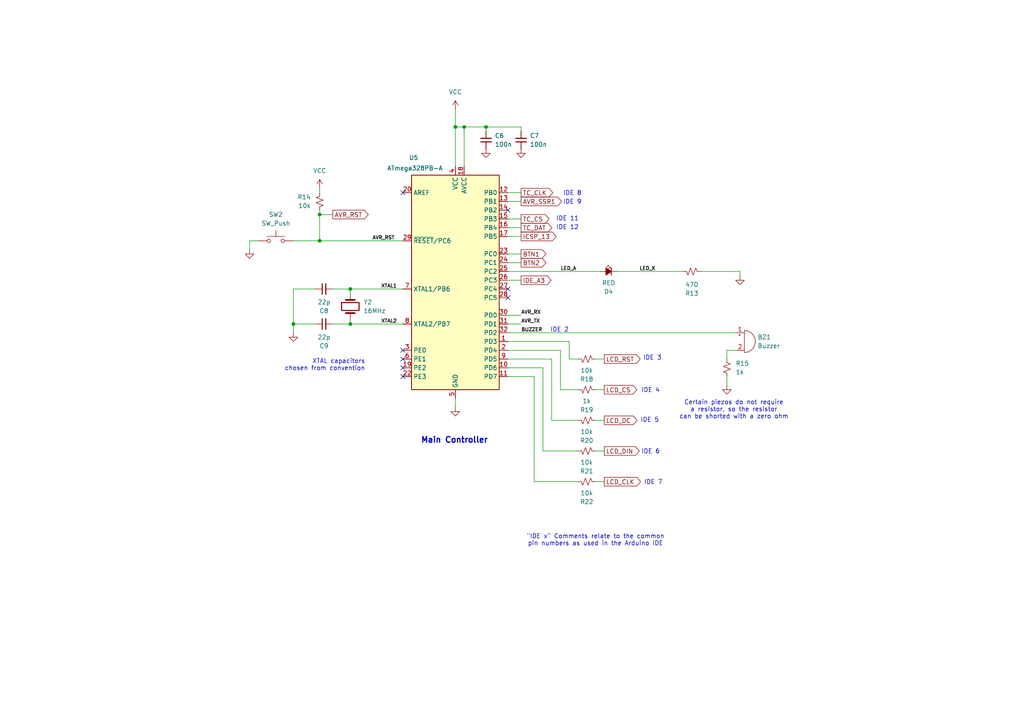
<source format=kicad_sch>
(kicad_sch (version 20250114) (generator "eeschema") (generator_version "9.0")
  (paper "A4")
  (lib_symbols
    (symbol "ATmega328PB-A_1"
      (property "Reference" "U5" (at -13.462 40.64 0))
      (property "Value" "ATmega328PB-A" (at -19.812 37.592 0))
      (symbol "ATmega328PB-A_1_0_1"
        (rectangle (start -12.7 35.56) (end 12.7 -26.67) (stroke (width 0.254)) (fill (type background)))
      )
      (symbol "ATmega328PB-A_1_1_1"
        (pin passive line (at -15.24 30.48 0) (length 2.54) (name "AREF") (number "20"))
        (pin bidirectional line (at -15.24 16.51 0) (length 2.54) (name "~{RESET}/PC6") (number "29"))
        (pin bidirectional line (at -15.24 2.54 0) (length 2.54) (name "XTAL1/PB6") (number "7"))
        (pin bidirectional line (at -15.24 -7.62 0) (length 2.54) (name "XTAL2/PB7") (number "8"))
        (pin bidirectional line (at -15.24 -15.24 0) (length 2.54) (name "PE0") (number "3"))
        (pin bidirectional line (at -15.24 -17.78 0) (length 2.54) (name "PE1") (number "6"))
        (pin bidirectional line (at -15.24 -20.32 0) (length 2.54) (name "PE2") (number "19"))
        (pin bidirectional line (at -15.24 -22.86 0) (length 2.54) (name "PE3") (number "22"))
        (pin power_in line (at 0 38.1 270) (length 2.54) (name "VCC") (number "4"))
        (pin passive line (at 0 -29.21 90) (length 2.54) (hide yes) (name "GND") (number "21"))
        (pin power_in line (at 0 -29.21 90) (length 2.54) (name "GND") (number "5"))
        (pin power_in line (at 2.54 38.1 270) (length 2.54) (name "AVCC") (number "18"))
        (pin bidirectional line (at 15.24 30.48 180) (length 2.54) (name "PB0") (number "12"))
        (pin bidirectional line (at 15.24 27.94 180) (length 2.54) (name "PB1") (number "13"))
        (pin bidirectional line (at 15.24 25.4 180) (length 2.54) (name "PB2") (number "14"))
        (pin bidirectional line (at 15.24 22.86 180) (length 2.54) (name "PB3") (number "15"))
        (pin bidirectional line (at 15.24 20.32 180) (length 2.54) (name "PB4") (number "16"))
        (pin bidirectional line (at 15.24 17.78 180) (length 2.54) (name "PB5") (number "17"))
        (pin bidirectional line (at 15.24 12.7 180) (length 2.54) (name "PC0") (number "23"))
        (pin bidirectional line (at 15.24 10.16 180) (length 2.54) (name "PC1") (number "24"))
        (pin bidirectional line (at 15.24 7.62 180) (length 2.54) (name "PC2") (number "25"))
        (pin bidirectional line (at 15.24 5.08 180) (length 2.54) (name "PC3") (number "26"))
        (pin bidirectional line (at 15.24 2.54 180) (length 2.54) (name "PC4") (number "27"))
        (pin bidirectional line (at 15.24 0 180) (length 2.54) (name "PC5") (number "28"))
        (pin bidirectional line (at 15.24 -5.08 180) (length 2.54) (name "PD0") (number "30"))
        (pin bidirectional line (at 15.24 -7.62 180) (length 2.54) (name "PD1") (number "31"))
        (pin bidirectional line (at 15.24 -10.16 180) (length 2.54) (name "PD2") (number "32"))
        (pin bidirectional line (at 15.24 -12.7 180) (length 2.54) (name "PD3") (number "1"))
        (pin bidirectional line (at 15.24 -15.24 180) (length 2.54) (name "PD4") (number "2"))
        (pin bidirectional line (at 15.24 -17.78 180) (length 2.54) (name "PD5") (number "9"))
        (pin bidirectional line (at 15.24 -20.32 180) (length 2.54) (name "PD6") (number "10"))
        (pin bidirectional line (at 15.24 -22.86 180) (length 2.54) (name "PD7") (number "11"))
      )
    )
    (symbol "Device:Buzzer" (pin_names (offset 0.0254) (hide yes))
      (property "Reference" "BZ" (at 3.81 1.27 0))
      (property "Value" "Buzzer" (at 3.81 -1.27 0))
      (symbol "Buzzer_0_1"
        (polyline (pts (xy -1.651 1.905) (xy -1.143 1.905)))
        (polyline (pts (xy -1.397 2.159) (xy -1.397 1.651)))
        (arc (start 0 3.175) (mid 3.1612 0) (end 0 -3.175))
        (polyline (pts (xy 0 3.175) (xy 0 -3.175)))
      )
      (symbol "Buzzer_1_1"
        (pin passive line (at -2.54 2.54 0) (length 2.54) (name "+") (number "1"))
        (pin passive line (at -2.54 -2.54 0) (length 2.54) (name "-") (number "2"))
      )
    )
    (symbol "Device:C_Small" (pin_numbers (hide yes)) (pin_names (offset 0.254) (hide yes))
      (property "Reference" "C" (at 0.254 1.778 0))
      (property "Value" "C_Small" (at 0.254 -2.032 0))
      (symbol "C_Small_0_1"
        (polyline (pts (xy -1.524 0.508) (xy 1.524 0.508)) (stroke (width 0.3048)))
        (polyline (pts (xy -1.524 -0.508) (xy 1.524 -0.508)) (stroke (width 0.3302)))
      )
      (symbol "C_Small_1_1"
        (pin passive line (at 0 2.54 270) (length 2.032) (name "~") (number "1"))
        (pin passive line (at 0 -2.54 90) (length 2.032) (name "~") (number "2"))
      )
    )
    (symbol "Device:Crystal" (pin_numbers (hide yes)) (pin_names (offset 1.016) (hide yes))
      (property "Reference" "Y" (at 0 3.81 0))
      (property "Value" "Crystal" (at 0 -3.81 0))
      (symbol "Crystal_0_1"
        (polyline (pts (xy -2.54 0) (xy -1.905 0)))
        (polyline (pts (xy -1.905 -1.27) (xy -1.905 1.27)) (stroke (width 0.508)))
        (rectangle (start -1.143 2.54) (end 1.143 -2.54) (stroke (width 0.3048)))
        (polyline (pts (xy 1.905 -1.27) (xy 1.905 1.27)) (stroke (width 0.508)))
        (polyline (pts (xy 2.54 0) (xy 1.905 0)))
      )
      (symbol "Crystal_1_1"
        (pin passive line (at -3.81 0 0) (length 1.27) (name "1") (number "1"))
        (pin passive line (at 3.81 0 180) (length 1.27) (name "2") (number "2"))
      )
    )
    (symbol "Device:LED_Small_Filled" (pin_numbers (hide yes)) (pin_names (offset 0.254) (hide yes))
      (property "Reference" "D" (at -1.27 3.175 0))
      (property "Value" "LED_Small_Filled" (at -4.445 -2.54 0))
      (symbol "LED_Small_Filled_0_1"
        (polyline (pts (xy -0.762 -1.016) (xy -0.762 1.016)) (stroke (width 0.254)))
        (polyline (pts (xy 0 0.762) (xy -0.508 1.27) (xy -0.254 1.27) (xy -0.508 1.27) (xy -0.508 1.016)))
        (polyline (pts (xy 0.508 1.27) (xy 0 1.778) (xy 0.254 1.778) (xy 0 1.778) (xy 0 1.524)))
        (polyline (pts (xy 0.762 -1.016) (xy -0.762 0) (xy 0.762 1.016) (xy 0.762 -1.016)) (stroke (width 0.254)) (fill (type outline)))
        (polyline (pts (xy 1.016 0) (xy -0.762 0)))
      )
      (symbol "LED_Small_Filled_1_1"
        (pin passive line (at -2.54 0 0) (length 1.778) (name "K") (number "1"))
        (pin passive line (at 2.54 0 180) (length 1.778) (name "A") (number "2"))
      )
    )
    (symbol "Device:R_Small_US" (pin_numbers (hide yes)) (pin_names (offset 0.254) (hide yes))
      (property "Reference" "R" (at 0.762 0.508 0))
      (property "Value" "R_Small_US" (at 0.762 -1.016 0))
      (symbol "R_Small_US_1_1"
        (polyline (pts (xy 0 1.524) (xy 1.016 1.143) (xy 0 0.762) (xy -1.016 0.381) (xy 0 0)))
        (polyline (pts (xy 0 0) (xy 1.016 -0.381) (xy 0 -0.762) (xy -1.016 -1.143) (xy 0 -1.524)))
        (pin passive line (at 0 2.54 270) (length 1.016) (name "~") (number "1"))
        (pin passive line (at 0 -2.54 90) (length 1.016) (name "~") (number "2"))
      )
    )
    (symbol "Switch:SW_Push" (pin_numbers (hide yes)) (pin_names (offset 1.016) (hide yes))
      (property "Reference" "SW" (at 1.27 2.54 0))
      (property "Value" "SW_Push" (at 0 -1.524 0))
      (symbol "SW_Push_0_1"
        (circle (center -2.032 0) (radius 0.508))
        (polyline (pts (xy 0 1.27) (xy 0 3.048)))
        (circle (center 2.032 0) (radius 0.508))
        (polyline (pts (xy 2.54 1.27) (xy -2.54 1.27)))
        (pin passive line (at -5.08 0 0) (length 2.54) (name "1") (number "1"))
        (pin passive line (at 5.08 0 180) (length 2.54) (name "2") (number "2"))
      )
    )
    (symbol "power:GND" (power) (pin_numbers (hide yes)) (pin_names (offset 0) (hide yes))
      (property "Value" "GND" (at 0 -3.81 0))
      (symbol "GND_0_1"
        (polyline (pts (xy 0 0) (xy 0 -1.27) (xy 1.27 -1.27) (xy 0 -2.54) (xy -1.27 -1.27) (xy 0 -1.27)))
      )
      (symbol "GND_1_1"
        (pin power_in line (at 0 0 270) (length 0) (name "~") (number "1"))
      )
    )
    (symbol "power:VCC" (power) (pin_numbers (hide yes)) (pin_names (offset 0) (hide yes))
      (property "Value" "VCC" (at 0 3.556 0))
      (symbol "VCC_0_1"
        (polyline (pts (xy -0.762 1.27) (xy 0 2.54)))
        (polyline (pts (xy 0 2.54) (xy 0.762 1.27)))
        (polyline (pts (xy 0 0) (xy 0 2.54)))
      )
      (symbol "VCC_1_1"
        (pin power_in line (at 0 0 90) (length 0) (name "~") (number "1"))
      )
    )
  )
  (text "IDE 9" (at 163.322 58.674 0) (effects (font (size 1.27 1.27)) (justify left)))
  (text "IDE 4" (at 188.722 113.284 0) (effects (font (size 1.27 1.27))))
  (text "IDE 5" (at 188.468 121.92 0) (effects (font (size 1.27 1.27))))
  (text "IDE 11" (at 161.29 63.5 0) (effects (font (size 1.27 1.27)) (justify left)))
  (text "XTAL capacitors\nchosen from convention" (at 105.918 105.918 0) (effects (font (size 1.27 1.27)) (justify right)))
  (text "IDE 12" (at 161.29 66.04 0) (effects (font (size 1.27 1.27)) (justify left)))
  (text "IDE 8" (at 163.322 56.134 0) (effects (font (size 1.27 1.27)) (justify left)))
  (text "\"IDE x\" Comments relate to the common\npin numbers as used in the Arduino IDE" (at 172.72 156.718 0) (effects (font (size 1.27 1.27))))
  (text "IDE 7" (at 189.484 139.954 0) (effects (font (size 1.27 1.27))))
  (text "IDE 2" (at 162.306 95.758 0) (effects (font (size 1.27 1.27))))
  (text "Certain piezos do not require\na resistor, so the resistor\ncan be shorted with a zero ohm" (at 212.852 118.872 0) (effects (font (size 1.27 1.27))))
  (text "Main Controller" (at 131.826 127.762 0) (effects (font (size 1.651 1.651) (thickness 0.3302) (bold yes))))
  (text "IDE 3" (at 189.23 103.886 0) (effects (font (size 1.27 1.27))))
  (text "IDE 6" (at 188.722 131.064 0) (effects (font (size 1.27 1.27))))
  (junction (at 92.71 69.85))
  (junction (at 85.09 93.98))
  (junction (at 140.97 36.83))
  (junction (at 132.08 36.83))
  (junction (at 134.62 36.83))
  (junction (at 92.71 62.23))
  (junction (at 101.6 93.98))
  (junction (at 101.6 83.82))
  (no_connect (at 147.32 86.36))
  (no_connect (at 116.84 106.68))
  (no_connect (at 116.84 109.22))
  (no_connect (at 147.32 83.82))
  (no_connect (at 116.84 55.88))
  (no_connect (at 116.84 101.6))
  (no_connect (at 147.32 60.96))
  (no_connect (at 116.84 104.14))
  (wire (pts (xy 157.48 106.68) (xy 157.48 130.81)))
  (wire (pts (xy 132.08 48.26) (xy 132.08 36.83)))
  (wire (pts (xy 92.71 54.61) (xy 92.71 55.88)))
  (wire (pts (xy 157.48 130.81) (xy 167.64 130.81)))
  (wire (pts (xy 214.63 78.74) (xy 203.2 78.74)))
  (wire (pts (xy 132.08 31.75) (xy 132.08 36.83)))
  (wire (pts (xy 154.94 139.7) (xy 167.64 139.7)))
  (wire (pts (xy 165.1 104.14) (xy 167.64 104.14)))
  (wire (pts (xy 147.32 81.28) (xy 151.13 81.28)))
  (wire (pts (xy 101.6 83.82) (xy 101.6 85.09)))
  (wire (pts (xy 101.6 93.98) (xy 101.6 92.71)))
  (wire (pts (xy 147.32 58.42) (xy 151.13 58.42)))
  (wire (pts (xy 151.13 38.1) (xy 151.13 36.83)))
  (wire (pts (xy 213.36 101.6) (xy 210.82 101.6)))
  (wire (pts (xy 172.72 104.14) (xy 175.26 104.14)))
  (wire (pts (xy 172.72 130.81) (xy 175.26 130.81)))
  (wire (pts (xy 147.32 104.14) (xy 160.02 104.14)))
  (wire (pts (xy 147.32 91.44) (xy 151.13 91.44)))
  (wire (pts (xy 134.62 48.26) (xy 134.62 36.83)))
  (wire (pts (xy 116.84 83.82) (xy 101.6 83.82)))
  (wire (pts (xy 140.97 36.83) (xy 140.97 38.1)))
  (wire (pts (xy 179.07 78.74) (xy 198.12 78.74)))
  (wire (pts (xy 147.32 76.2) (xy 151.13 76.2)))
  (wire (pts (xy 85.09 93.98) (xy 85.09 96.52)))
  (wire (pts (xy 172.72 113.03) (xy 175.26 113.03)))
  (wire (pts (xy 96.52 62.23) (xy 92.71 62.23)))
  (wire (pts (xy 151.13 36.83) (xy 140.97 36.83)))
  (wire (pts (xy 147.32 63.5) (xy 151.13 63.5)))
  (wire (pts (xy 147.32 106.68) (xy 157.48 106.68)))
  (wire (pts (xy 210.82 101.6) (xy 210.82 104.14)))
  (wire (pts (xy 214.63 80.01) (xy 214.63 78.74)))
  (wire (pts (xy 154.94 109.22) (xy 154.94 139.7)))
  (wire (pts (xy 72.39 72.39) (xy 72.39 69.85)))
  (wire (pts (xy 92.71 62.23) (xy 92.71 69.85)))
  (wire (pts (xy 160.02 121.92) (xy 167.64 121.92)))
  (wire (pts (xy 147.32 96.52) (xy 213.36 96.52)))
  (wire (pts (xy 85.09 83.82) (xy 85.09 93.98)))
  (wire (pts (xy 162.56 113.03) (xy 167.64 113.03)))
  (wire (pts (xy 92.71 60.96) (xy 92.71 62.23)))
  (wire (pts (xy 91.44 83.82) (xy 85.09 83.82)))
  (wire (pts (xy 92.71 69.85) (xy 116.84 69.85)))
  (wire (pts (xy 147.32 66.04) (xy 151.13 66.04)))
  (wire (pts (xy 72.39 69.85) (xy 74.93 69.85)))
  (wire (pts (xy 147.32 109.22) (xy 154.94 109.22)))
  (wire (pts (xy 147.32 73.66) (xy 151.13 73.66)))
  (wire (pts (xy 147.32 78.74) (xy 173.99 78.74)))
  (wire (pts (xy 147.32 55.88) (xy 151.13 55.88)))
  (wire (pts (xy 85.09 93.98) (xy 91.44 93.98)))
  (wire (pts (xy 116.84 93.98) (xy 101.6 93.98)))
  (wire (pts (xy 96.52 93.98) (xy 101.6 93.98)))
  (wire (pts (xy 172.72 121.92) (xy 175.26 121.92)))
  (wire (pts (xy 160.02 104.14) (xy 160.02 121.92)))
  (wire (pts (xy 147.32 68.58) (xy 151.13 68.58)))
  (wire (pts (xy 172.72 139.7) (xy 175.26 139.7)))
  (wire (pts (xy 210.82 109.22) (xy 210.82 111.76)))
  (wire (pts (xy 165.1 104.14) (xy 165.1 99.06)))
  (wire (pts (xy 162.56 101.6) (xy 162.56 113.03)))
  (wire (pts (xy 165.1 99.06) (xy 147.32 99.06)))
  (wire (pts (xy 96.52 83.82) (xy 101.6 83.82)))
  (wire (pts (xy 147.32 101.6) (xy 162.56 101.6)))
  (wire (pts (xy 132.08 36.83) (xy 134.62 36.83)))
  (wire (pts (xy 85.09 69.85) (xy 92.71 69.85)))
  (wire (pts (xy 147.32 93.98) (xy 151.13 93.98)))
  (wire (pts (xy 134.62 36.83) (xy 140.97 36.83)))
  (wire (pts (xy 132.08 115.57) (xy 132.08 118.11)))
  (label "LED_K" (at 185.42 78.74 0) (effects (font (size 1.016 1.016) (thickness 0.2032) (bold yes))))
  (label "AVR_RST" (at 107.95 69.85 0) (effects (font (size 1.016 1.016) (thickness 0.2032) (bold yes))))
  (label "LED_A" (at 162.56 78.74 0) (effects (font (size 1.016 1.016) (thickness 0.2032) (bold yes))))
  (label "XTAL1" (at 110.49 83.82 0) (effects (font (size 1.016 1.016) (thickness 0.2032) (bold yes))))
  (label "AVR_TX" (at 151.13 93.98 0) (effects (font (size 1.016 1.016) (thickness 0.2032) (bold yes))))
  (label "AVR_RX" (at 151.13 91.44 0) (effects (font (size 1.016 1.016) (thickness 0.2032) (bold yes))))
  (label "BUZZER" (at 151.13 96.52 0) (effects (font (size 1.016 1.016) (thickness 0.2032) (bold yes))))
  (label "XTAL2" (at 110.49 93.98 0) (effects (font (size 1.016 1.016) (thickness 0.2032) (bold yes))))
  (global_label "TC_CLK" (shape output) (at 151.13 55.88 0) (property "Intersheetrefs" "${INTERSHEET_REFS}" (effects (hide yes))))
  (global_label "LCD_CS" (shape output) (at 175.26 113.03 0) (property "Intersheetrefs" "${INTERSHEET_REFS}" (effects (hide yes))))
  (global_label "LCD_RST" (shape output) (at 175.26 104.14 0) (property "Intersheetrefs" "${INTERSHEET_REFS}" (effects (hide yes))))
  (global_label "LCD_DIN" (shape output) (at 175.26 130.81 0) (property "Intersheetrefs" "${INTERSHEET_REFS}" (effects (hide yes))))
  (global_label "AVR_RST" (shape output) (at 96.52 62.23 0) (property "Intersheetrefs" "${INTERSHEET_REFS}" (effects (hide yes))))
  (global_label "BTN2" (shape output) (at 151.13 76.2 0) (property "Intersheetrefs" "${INTERSHEET_REFS}" (effects (hide yes))))
  (global_label "IDE_A3" (shape output) (at 151.13 81.28 0) (property "Intersheetrefs" "${INTERSHEET_REFS}" (effects (hide yes))))
  (global_label "LCD_CLK" (shape output) (at 175.26 139.7 0) (property "Intersheetrefs" "${INTERSHEET_REFS}" (effects (hide yes))))
  (global_label "LCD_DC" (shape output) (at 175.26 121.92 0) (property "Intersheetrefs" "${INTERSHEET_REFS}" (effects (hide yes))))
  (global_label "AVR_SSR1" (shape output) (at 151.13 58.42 0) (property "Intersheetrefs" "${INTERSHEET_REFS}" (effects (hide yes))))
  (global_label "BTN1" (shape output) (at 151.13 73.66 0) (property "Intersheetrefs" "${INTERSHEET_REFS}" (effects (hide yes))))
  (global_label "ICSP_13" (shape output) (at 151.13 68.58 0) (property "Intersheetrefs" "${INTERSHEET_REFS}" (effects (hide yes))))
  (global_label "TC_DAT" (shape output) (at 151.13 66.04 0) (property "Intersheetrefs" "${INTERSHEET_REFS}" (effects (hide yes))))
  (global_label "TC_CS" (shape output) (at 151.13 63.5 0) (property "Intersheetrefs" "${INTERSHEET_REFS}" (effects (hide yes))))
  (symbol (lib_id "Device:C_Small") (at 151.13 40.64 180) (unit 1)
    (property "Reference" "C7" (at 153.67 39.3635 0) (effects (justify right)))
    (property "Value" "100n" (at 153.67 41.9035 0) (effects (justify right)))
    (property "Footprint" "Capacitor_SMD:C_0402_1005Metric" (effects (hide yes)))
    (property "Description" "Unpolarized capacitor, small symbol" (effects (hide yes)))
  )
  (symbol (lib_id "power:VCC") (at 132.08 31.75 0) (unit 1)
    (property "Reference" "#PWR021" (effects (hide yes)))
    (property "Value" "VCC" (at 132.08 26.67 0))
    (property "Description" "Power symbol creates a global label with name \"VCC\"" (effects (hide yes)))
  )
  (symbol (lib_id "Device:R_Small_US") (at 170.18 104.14 90) (mirror x) (unit 1)
    (property "Reference" "R18" (at 170.18 109.982 90))
    (property "Value" "10k" (at 170.18 107.442 90))
    (property "Footprint" "Resistor_SMD:R_0402_1005Metric" (effects (hide yes)))
    (property "Description" "Resistor, small US symbol" (effects (hide yes)))
  )
  (symbol (lib_id "Device:R_Small_US") (at 170.18 130.81 90) (mirror x) (unit 1)
    (property "Reference" "R21" (at 170.18 136.652 90))
    (property "Value" "10k" (at 170.18 134.112 90))
    (property "Footprint" "Resistor_SMD:R_0402_1005Metric" (effects (hide yes)))
    (property "Description" "Resistor, small US symbol" (effects (hide yes)))
  )
  (symbol (lib_id "power:GND") (at 210.82 111.76 0) (unit 1)
    (property "Reference" "#PWR028" (effects (hide yes)))
    (property "Value" "GND" (effects (hide yes)))
    (property "Description" "Power symbol creates a global label with name \"GND\" , ground" (effects (hide yes)))
  )
  (symbol (lib_id "Device:C_Small") (at 93.98 93.98 90) (mirror x) (unit 1)
    (property "Reference" "C9" (at 93.9863 100.33 90))
    (property "Value" "22p" (at 93.9863 97.79 90))
    (property "Footprint" "Capacitor_SMD:C_0402_1005Metric" (effects (hide yes)))
    (property "Description" "Unpolarized capacitor, small symbol" (effects (hide yes)))
  )
  (symbol (lib_id "power:GND") (at 214.63 80.01 0) (unit 1)
    (property "Reference" "#PWR025" (effects (hide yes)))
    (property "Value" "GND" (effects (hide yes)))
    (property "Description" "Power symbol creates a global label with name \"GND\" , ground" (effects (hide yes)))
  )
  (symbol (lib_id "Device:Buzzer") (at 215.9 99.06 0) (unit 1)
    (property "Reference" "BZ1" (at 219.71 97.7899 0) (effects (justify left)))
    (property "Value" "Buzzer" (at 219.71 100.3299 0) (effects (justify left)))
    (property "Footprint" "Buzzer_Beeper:Buzzer_12x9.5RM7.6" (effects (hide yes)))
    (property "Description" "Buzzer, polarized" (effects (hide yes)))
  )
  (symbol (lib_id "power:VCC") (at 92.71 54.61 0) (unit 1)
    (property "Reference" "#PWR018" (effects (hide yes)))
    (property "Value" "VCC" (at 92.71 49.53 0))
    (property "Description" "Power symbol creates a global label with name \"VCC\"" (effects (hide yes)))
  )
  (symbol (lib_id "Device:C_Small") (at 93.98 83.82 90) (mirror x) (unit 1)
    (property "Reference" "C8" (at 93.9863 90.17 90))
    (property "Value" "22p" (at 93.9863 87.63 90))
    (property "Footprint" "Capacitor_SMD:C_0402_1005Metric" (effects (hide yes)))
    (property "Description" "Unpolarized capacitor, small symbol" (effects (hide yes)))
  )
  (symbol (lib_name "ATmega328PB-A_1") (lib_id "MCU_Microchip_ATmega:ATmega328PB-A") (at 132.08 86.36 0) (unit 1)
    (property "Reference" "U5" (at 118.618 45.72 0) (effects (justify left)))
    (property "Value" "ATmega328PB-A" (at 112.268 48.768 0) (effects (justify left)))
    (property "Footprint" "Package_QFP:TQFP-32_7x7mm_P0.8mm" (effects (hide yes)))
    (property "Datasheet" "http://ww1.microchip.com/downloads/en/DeviceDoc/40001906C.pdf" (effects (hide yes)))
    (property "Description" "20MHz, 32kB Flash, 2kB SRAM, 1kB EEPROM, TQFP-32" (effects (hide yes)))
  )
  (symbol (lib_id "Device:C_Small") (at 140.97 40.64 180) (unit 1)
    (property "Reference" "C6" (at 143.51 39.3635 0) (effects (justify right)))
    (property "Value" "100n" (at 143.51 41.9035 0) (effects (justify right)))
    (property "Footprint" "Capacitor_SMD:C_0402_1005Metric" (effects (hide yes)))
    (property "Description" "Unpolarized capacitor, small symbol" (effects (hide yes)))
  )
  (symbol (lib_id "Device:LED_Small_Filled") (at 176.53 78.74 0) (mirror y) (unit 1) (in_bom no) (on_board no)
    (property "Reference" "D4" (at 176.53 84.582 0))
    (property "Value" "RED" (at 176.53 82.042 0))
    (property "Footprint" "Connector_JST:JST_PH_B2B-PH-K_1x02_P2.00mm_Vertical" (effects (hide yes)))
    (property "Description" "Light emitting diode, small symbol, filled shape" (effects (hide yes)))
  )
  (symbol (lib_id "power:GND") (at 140.97 43.18 0) (unit 1)
    (property "Reference" "#PWR019" (effects (hide yes)))
    (property "Value" "GND" (effects (hide yes)))
    (property "Description" "Power symbol creates a global label with name \"GND\" , ground" (effects (hide yes)))
  )
  (symbol (lib_id "Device:R_Small_US") (at 200.66 78.74 90) (mirror x) (unit 1)
    (property "Reference" "R13" (at 200.66 85.09 90))
    (property "Value" "470" (at 200.66 82.55 90))
    (property "Footprint" "Resistor_SMD:R_0402_1005Metric" (effects (hide yes)))
    (property "Description" "Resistor, small US symbol" (effects (hide yes)))
  )
  (symbol (lib_id "Device:R_Small_US") (at 170.18 139.7 90) (mirror x) (unit 1)
    (property "Reference" "R22" (at 170.18 145.542 90))
    (property "Value" "10k" (at 170.18 143.002 90))
    (property "Footprint" "Resistor_SMD:R_0402_1005Metric" (effects (hide yes)))
    (property "Description" "Resistor, small US symbol" (effects (hide yes)))
  )
  (symbol (lib_id "Device:Crystal") (at 101.6 88.9 90) (unit 1)
    (property "Reference" "Y2" (at 105.41 87.6299 90) (effects (justify right)))
    (property "Value" "16MHz" (at 105.41 90.1699 90) (effects (justify right)))
    (property "Footprint" "Crystal:Crystal_SMD_3225-4Pin_3.2x2.5mm" (effects (hide yes)))
    (property "Description" "Two pin crystal" (effects (hide yes)))
  )
  (symbol (lib_id "power:GND") (at 72.39 72.39 0) (unit 1)
    (property "Reference" "#PWR030" (effects (hide yes)))
    (property "Value" "GND" (effects (hide yes)))
    (property "Description" "Power symbol creates a global label with name \"GND\" , ground" (effects (hide yes)))
  )
  (symbol (lib_id "Switch:SW_Push") (at 80.01 69.85 0) (unit 1)
    (property "Reference" "SW2" (at 80.01 62.23 0))
    (property "Value" "SW_Push" (at 80.01 64.77 0))
    (property "Footprint" "Button_Switch_THT:SW_Tactile_SPST_Angled_PTS645Vx58-2LFS" (effects (hide yes)))
    (property "Description" "Push button switch, generic, two pins" (effects (hide yes)))
  )
  (symbol (lib_id "Device:R_Small_US") (at 170.18 113.03 90) (mirror x) (unit 1)
    (property "Reference" "R19" (at 170.18 118.872 90))
    (property "Value" "1k" (at 170.18 116.332 90))
    (property "Footprint" "Resistor_SMD:R_0402_1005Metric" (effects (hide yes)))
    (property "Description" "Resistor, small US symbol" (effects (hide yes)))
  )
  (symbol (lib_id "power:GND") (at 132.08 118.11 0) (unit 1)
    (property "Reference" "#PWR016" (effects (hide yes)))
    (property "Value" "GND" (effects (hide yes)))
    (property "Description" "Power symbol creates a global label with name \"GND\" , ground" (effects (hide yes)))
  )
  (symbol (lib_id "Device:R_Small_US") (at 210.82 106.68 180) (unit 1)
    (property "Reference" "R15" (at 213.36 105.4099 0) (effects (justify right)))
    (property "Value" "1k" (at 213.36 107.9499 0) (effects (justify right)))
    (property "Footprint" "Resistor_SMD:R_0402_1005Metric" (effects (hide yes)))
    (property "Description" "Resistor, small US symbol" (effects (hide yes)))
  )
  (symbol (lib_id "Device:R_Small_US") (at 92.71 58.42 0) (mirror x) (unit 1)
    (property "Reference" "R14" (at 90.17 57.1499 0) (effects (justify right)))
    (property "Value" "10k" (at 90.17 59.6899 0) (effects (justify right)))
    (property "Footprint" "Resistor_SMD:R_0402_1005Metric" (effects (hide yes)))
    (property "Description" "Resistor, small US symbol" (effects (hide yes)))
  )
  (symbol (lib_id "power:GND") (at 151.13 43.18 0) (unit 1)
    (property "Reference" "#PWR022" (effects (hide yes)))
    (property "Value" "GND" (effects (hide yes)))
    (property "Description" "Power symbol creates a global label with name \"GND\" , ground" (effects (hide yes)))
  )
  (symbol (lib_id "Device:R_Small_US") (at 170.18 121.92 90) (mirror x) (unit 1)
    (property "Reference" "R20" (at 170.18 127.762 90))
    (property "Value" "10k" (at 170.18 125.222 90))
    (property "Footprint" "Resistor_SMD:R_0402_1005Metric" (effects (hide yes)))
    (property "Description" "Resistor, small US symbol" (effects (hide yes)))
  )
  (symbol (lib_id "power:GND") (at 85.09 96.52 0) (unit 1)
    (property "Reference" "#PWR039" (effects (hide yes)))
    (property "Value" "GND" (effects (hide yes)))
    (property "Description" "Power symbol creates a global label with name \"GND\" , ground" (effects (hide yes)))
  )
)
</source>
